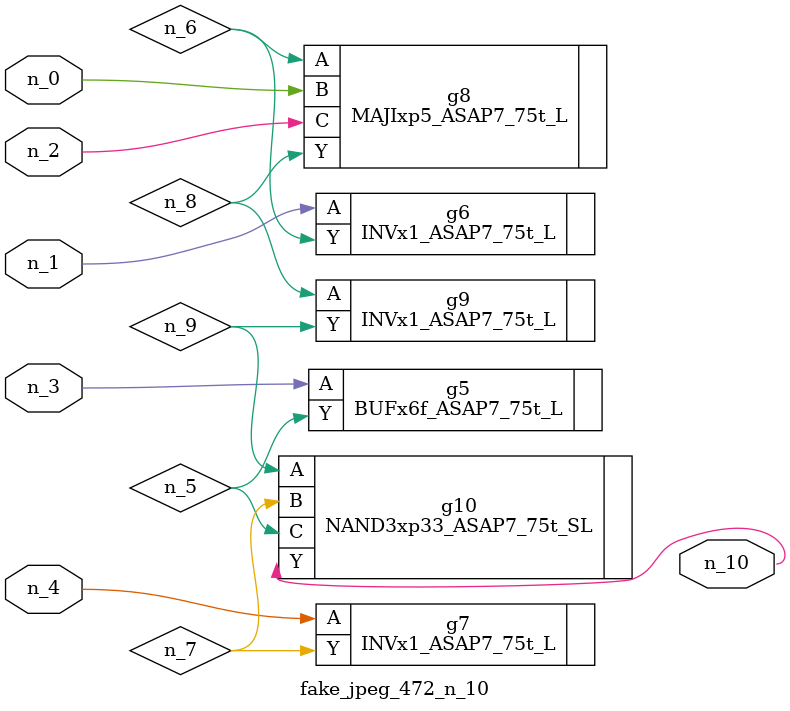
<source format=v>
module fake_jpeg_472_n_10 (n_3, n_2, n_1, n_0, n_4, n_10);

input n_3;
input n_2;
input n_1;
input n_0;
input n_4;

output n_10;

wire n_8;
wire n_9;
wire n_6;
wire n_5;
wire n_7;

BUFx6f_ASAP7_75t_L g5 ( 
.A(n_3),
.Y(n_5)
);

INVx1_ASAP7_75t_L g6 ( 
.A(n_1),
.Y(n_6)
);

INVx1_ASAP7_75t_L g7 ( 
.A(n_4),
.Y(n_7)
);

MAJIxp5_ASAP7_75t_L g8 ( 
.A(n_6),
.B(n_0),
.C(n_2),
.Y(n_8)
);

INVx1_ASAP7_75t_L g9 ( 
.A(n_8),
.Y(n_9)
);

NAND3xp33_ASAP7_75t_SL g10 ( 
.A(n_9),
.B(n_7),
.C(n_5),
.Y(n_10)
);


endmodule
</source>
